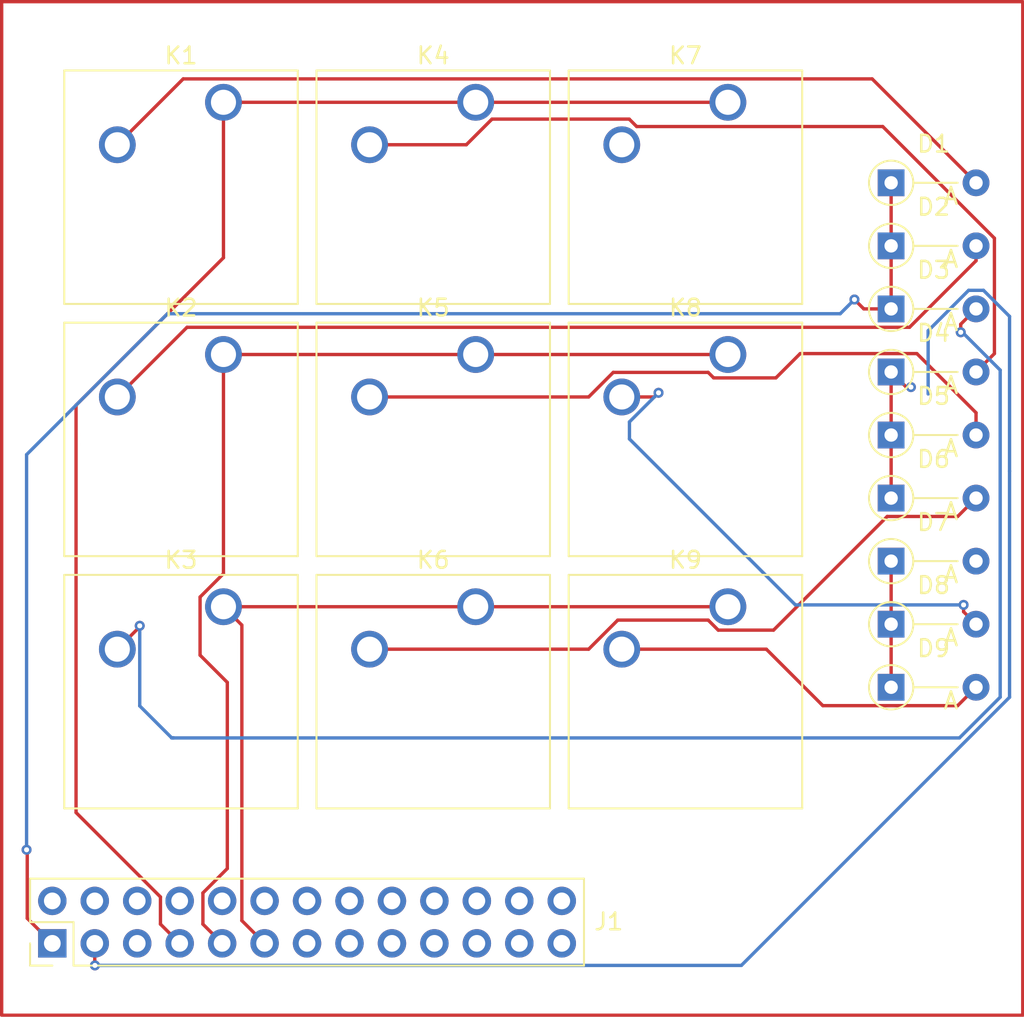
<source format=kicad_pcb>
(kicad_pcb (version 20240108) (generator "pcbnew") (generator_version "8.0")
  (layers (0 "F.Cu" signal) (31 "B.Cu" signal) (34 "B.Paste" user) (35 "F.Paste" user) (36 "B.SilkS" user "B.Silkscreen") (37 "F.SilkS" user "F.Silkscreen") (38 "B.Mask" user) (39 "F.Mask" user) (44 "Edge.Cuts" user))
  (net 0 "")
  (net 1 "/row0")
  (net 2 "Net-(D1-A)")
  (net 3 "Net-(D2-A)")
  (net 4 "Net-(D3-A)")
  (net 5 "Net-(D4-A)")
  (net 6 "/row 1")
  (net 7 "Net-(D5-A)")
  (net 8 "Net-(D6-A)")
  (net 9 "Net-(D7-A)")
  (net 10 "/row 2")
  (net 11 "Net-(D8-A)")
  (net 12 "Net-(D9-A)")
  (net 13 "/col 0")
  (net 14 "/col 1")
  (net 15 "/col 2")
  (net 16 "GND")
  (net 21 "Net-(J1-Pin_10)")
  (footprint "Button_Switch_Keyboard:SW_Cherry_MX_1.00u_PCB" (layer "F.Cu") (at 146.46 89.76)
    (property "Reference" "K6" (at -2.54 -2.794 0) (layer "F.SilkS"))
    (property "Value" "KEYSW")
    (fp_line (start -9.525 -1.905) (end 4.445 -1.905) (stroke (width 0.12)) (layer "F.SilkS"))
    (fp_line (start -9.525 12.065) (end -9.525 -1.905) (stroke (width 0.12)) (layer "F.SilkS"))
    (fp_line (start 4.445 -1.905) (end 4.445 12.065) (stroke (width 0.12)) (layer "F.SilkS"))
    (fp_line (start 4.445 12.065) (end -9.525 12.065) (stroke (width 0.12)) (layer "F.SilkS"))
    (pad "" np_thru_hole circle (at -7.62 5.08) (size 1.7 1.7) (drill 1.7) (layers "*.Cu" "*.Mask"))
    (pad "" np_thru_hole circle (at -2.54 5.08) (size 4 4) (drill 4) (layers "*.Cu" "*.Mask"))
    (pad "" np_thru_hole circle (at 2.54 5.08) (size 1.7 1.7) (drill 1.7) (layers "*.Cu" "*.Mask"))
    (pad "1" thru_hole circle (at 0 0) (size 2.2 2.2) (drill 1.5) (layers "*.Cu" "*.Mask") (net 15 "/col 2"))
    (pad "2" thru_hole circle (at -6.35 2.54) (size 2.2 2.2) (drill 1.5) (layers "*.Cu" "*.Mask") (net 8 "Net-(D6-A)"))
  )
  (footprint "Button_Switch_Keyboard:SW_Cherry_MX_1.00u_PCB" (layer "F.Cu") (at 131.37 74.67)
    (property "Reference" "K2" (at -2.54 -2.794 0) (layer "F.SilkS"))
    (property "Value" "KEYSW")
    (fp_line (start -9.525 -1.905) (end 4.445 -1.905) (stroke (width 0.12)) (layer "F.SilkS"))
    (fp_line (start -9.525 12.065) (end -9.525 -1.905) (stroke (width 0.12)) (layer "F.SilkS"))
    (fp_line (start 4.445 -1.905) (end 4.445 12.065) (stroke (width 0.12)) (layer "F.SilkS"))
    (fp_line (start 4.445 12.065) (end -9.525 12.065) (stroke (width 0.12)) (layer "F.SilkS"))
    (pad "" np_thru_hole circle (at -7.62 5.08) (size 1.7 1.7) (drill 1.7) (layers "*.Cu" "*.Mask"))
    (pad "" np_thru_hole circle (at -2.54 5.08) (size 4 4) (drill 4) (layers "*.Cu" "*.Mask"))
    (pad "" np_thru_hole circle (at 2.54 5.08) (size 1.7 1.7) (drill 1.7) (layers "*.Cu" "*.Mask"))
    (pad "1" thru_hole circle (at 0 0) (size 2.2 2.2) (drill 1.5) (layers "*.Cu" "*.Mask") (net 14 "/col 1"))
    (pad "2" thru_hole circle (at -6.35 2.54) (size 2.2 2.2) (drill 1.5) (layers "*.Cu" "*.Mask") (net 3 "Net-(D2-A)"))
  )
  (footprint "Diode_THT:D_DO-35_SOD27_P5.08mm_Vertical_AnodeUp" (layer "F.Cu") (at 171.315686 90.805484)
    (property "Reference" "D8" (at 2.54 -2.326371 0) (layer "F.SilkS"))
    (property "Value" "D")
    (fp_line (start 1.326371 0) (end 3.98 0) (stroke (width 0.12)) (layer "F.SilkS"))
    (fp_circle (center 0 0) (end 1.326371 0) (stroke (width 0.12)) (fill none) (layer "F.SilkS"))
    (fp_text user "A" (at 3.58 0.8 0) (layer "F.SilkS"))
    (pad "1" thru_hole rect (at 0 0) (size 1.6 1.6) (drill 0.8) (layers "*.Cu" "*.Mask") (net 10 "/row 2"))
    (pad "2" thru_hole oval (at 5.08 0) (size 1.6 1.6) (drill 0.8) (layers "*.Cu" "*.Mask") (net 11 "Net-(D8-A)"))
  )
  (footprint "Button_Switch_Keyboard:SW_Cherry_MX_1.00u_PCB" (layer "F.Cu") (at 131.37 89.76)
    (property "Reference" "K3" (at -2.54 -2.794 0) (layer "F.SilkS"))
    (property "Value" "KEYSW")
    (fp_line (start -9.525 -1.905) (end 4.445 -1.905) (stroke (width 0.12)) (layer "F.SilkS"))
    (fp_line (start -9.525 12.065) (end -9.525 -1.905) (stroke (width 0.12)) (layer "F.SilkS"))
    (fp_line (start 4.445 -1.905) (end 4.445 12.065) (stroke (width 0.12)) (layer "F.SilkS"))
    (fp_line (start 4.445 12.065) (end -9.525 12.065) (stroke (width 0.12)) (layer "F.SilkS"))
    (pad "" np_thru_hole circle (at -7.62 5.08) (size 1.7 1.7) (drill 1.7) (layers "*.Cu" "*.Mask"))
    (pad "" np_thru_hole circle (at -2.54 5.08) (size 4 4) (drill 4) (layers "*.Cu" "*.Mask"))
    (pad "" np_thru_hole circle (at 2.54 5.08) (size 1.7 1.7) (drill 1.7) (layers "*.Cu" "*.Mask"))
    (pad "1" thru_hole circle (at 0 0) (size 2.2 2.2) (drill 1.5) (layers "*.Cu" "*.Mask") (net 15 "/col 2"))
    (pad "2" thru_hole circle (at -6.35 2.54) (size 2.2 2.2) (drill 1.5) (layers "*.Cu" "*.Mask") (net 4 "Net-(D3-A)"))
  )
  (footprint "Diode_THT:D_DO-35_SOD27_P5.08mm_Vertical_AnodeUp" (layer "F.Cu") (at 171.315686 79.487258)
    (property "Reference" "D5" (at 2.54 -2.326371 0) (layer "F.SilkS"))
    (property "Value" "D")
    (fp_line (start 1.326371 0) (end 3.98 0) (stroke (width 0.12)) (layer "F.SilkS"))
    (fp_circle (center 0 0) (end 1.326371 0) (stroke (width 0.12)) (fill none) (layer "F.SilkS"))
    (fp_text user "A" (at 3.58 0.8 0) (layer "F.SilkS"))
    (pad "1" thru_hole rect (at 0 0) (size 1.6 1.6) (drill 0.8) (layers "*.Cu" "*.Mask") (net 6 "/row 1"))
    (pad "2" thru_hole oval (at 5.08 0) (size 1.6 1.6) (drill 0.8) (layers "*.Cu" "*.Mask") (net 7 "Net-(D5-A)"))
  )
  (footprint "Diode_THT:D_DO-35_SOD27_P5.08mm_Vertical_AnodeUp" (layer "F.Cu") (at 171.315686 71.941774)
    (property "Reference" "D3" (at 2.54 -2.326371 0) (layer "F.SilkS"))
    (property "Value" "D")
    (fp_line (start 1.326371 0) (end 3.98 0) (stroke (width 0.12)) (layer "F.SilkS"))
    (fp_circle (center 0 0) (end 1.326371 0) (stroke (width 0.12)) (fill none) (layer "F.SilkS"))
    (fp_text user "A" (at 3.58 0.8 0) (layer "F.SilkS"))
    (pad "1" thru_hole rect (at 0 0) (size 1.6 1.6) (drill 0.8) (layers "*.Cu" "*.Mask") (net 1 "/row0"))
    (pad "2" thru_hole oval (at 5.08 0) (size 1.6 1.6) (drill 0.8) (layers "*.Cu" "*.Mask") (net 4 "Net-(D3-A)"))
  )
  (footprint "Button_Switch_Keyboard:SW_Cherry_MX_1.00u_PCB" (layer "F.Cu") (at 161.55 59.58)
    (property "Reference" "K7" (at -2.54 -2.794 0) (layer "F.SilkS"))
    (property "Value" "KEYSW")
    (fp_line (start -9.525 -1.905) (end 4.445 -1.905) (stroke (width 0.12)) (layer "F.SilkS"))
    (fp_line (start -9.525 12.065) (end -9.525 -1.905) (stroke (width 0.12)) (layer "F.SilkS"))
    (fp_line (start 4.445 -1.905) (end 4.445 12.065) (stroke (width 0.12)) (layer "F.SilkS"))
    (fp_line (start 4.445 12.065) (end -9.525 12.065) (stroke (width 0.12)) (layer "F.SilkS"))
    (pad "" np_thru_hole circle (at -7.62 5.08) (size 1.7 1.7) (drill 1.7) (layers "*.Cu" "*.Mask"))
    (pad "" np_thru_hole circle (at -2.54 5.08) (size 4 4) (drill 4) (layers "*.Cu" "*.Mask"))
    (pad "" np_thru_hole circle (at 2.54 5.08) (size 1.7 1.7) (drill 1.7) (layers "*.Cu" "*.Mask"))
    (pad "1" thru_hole circle (at 0 0) (size 2.2 2.2) (drill 1.5) (layers "*.Cu" "*.Mask") (net 13 "/col 0"))
    (pad "2" thru_hole circle (at -6.35 2.54) (size 2.2 2.2) (drill 1.5) (layers "*.Cu" "*.Mask") (net 9 "Net-(D7-A)"))
  )
  (footprint "Diode_THT:D_DO-35_SOD27_P5.08mm_Vertical_AnodeUp" (layer "F.Cu") (at 171.315686 87.032742)
    (property "Reference" "D7" (at 2.54 -2.326371 0) (layer "F.SilkS"))
    (property "Value" "D")
    (fp_line (start 1.326371 0) (end 3.98 0) (stroke (width 0.12)) (layer "F.SilkS"))
    (fp_circle (center 0 0) (end 1.326371 0) (stroke (width 0.12)) (fill none) (layer "F.SilkS"))
    (fp_text user "A" (at 3.58 0.8 0) (layer "F.SilkS"))
    (pad "1" thru_hole rect (at 0 0) (size 1.6 1.6) (drill 0.8) (layers "*.Cu" "*.Mask") (net 10 "/row 2"))
    (pad "2" thru_hole oval (at 5.08 0) (size 1.6 1.6) (drill 0.8) (layers "*.Cu" "*.Mask") (net 9 "Net-(D7-A)"))
  )
  (footprint "Diode_THT:D_DO-35_SOD27_P5.08mm_Vertical_AnodeUp" (layer "F.Cu") (at 171.315686 94.578226)
    (property "Reference" "D9" (at 2.54 -2.326371 0) (layer "F.SilkS"))
    (property "Value" "D")
    (fp_line (start 1.326371 0) (end 3.98 0) (stroke (width 0.12)) (layer "F.SilkS"))
    (fp_circle (center 0 0) (end 1.326371 0) (stroke (width 0.12)) (fill none) (layer "F.SilkS"))
    (fp_text user "A" (at 3.58 0.8 0) (layer "F.SilkS"))
    (pad "1" thru_hole rect (at 0 0) (size 1.6 1.6) (drill 0.8) (layers "*.Cu" "*.Mask") (net 10 "/row 2"))
    (pad "2" thru_hole oval (at 5.08 0) (size 1.6 1.6) (drill 0.8) (layers "*.Cu" "*.Mask") (net 12 "Net-(D9-A)"))
  )
  (footprint "Button_Switch_Keyboard:SW_Cherry_MX_1.00u_PCB" (layer "F.Cu") (at 161.55 89.76)
    (property "Reference" "K9" (at -2.54 -2.794 0) (layer "F.SilkS"))
    (property "Value" "KEYSW")
    (fp_line (start -9.525 -1.905) (end 4.445 -1.905) (stroke (width 0.12)) (layer "F.SilkS"))
    (fp_line (start -9.525 12.065) (end -9.525 -1.905) (stroke (width 0.12)) (layer "F.SilkS"))
    (fp_line (start 4.445 -1.905) (end 4.445 12.065) (stroke (width 0.12)) (layer "F.SilkS"))
    (fp_line (start 4.445 12.065) (end -9.525 12.065) (stroke (width 0.12)) (layer "F.SilkS"))
    (pad "" np_thru_hole circle (at -7.62 5.08) (size 1.7 1.7) (drill 1.7) (layers "*.Cu" "*.Mask"))
    (pad "" np_thru_hole circle (at -2.54 5.08) (size 4 4) (drill 4) (layers "*.Cu" "*.Mask"))
    (pad "" np_thru_hole circle (at 2.54 5.08) (size 1.7 1.7) (drill 1.7) (layers "*.Cu" "*.Mask"))
    (pad "1" thru_hole circle (at 0 0) (size 2.2 2.2) (drill 1.5) (layers "*.Cu" "*.Mask") (net 15 "/col 2"))
    (pad "2" thru_hole circle (at -6.35 2.54) (size 2.2 2.2) (drill 1.5) (layers "*.Cu" "*.Mask") (net 12 "Net-(D9-A)"))
  )
  (footprint "Diode_THT:D_DO-35_SOD27_P5.08mm_Vertical_AnodeUp" (layer "F.Cu") (at 171.315686 64.39629)
    (property "Reference" "D1" (at 2.54 -2.326371 0) (layer "F.SilkS"))
    (property "Value" "D")
    (fp_line (start 1.326371 0) (end 3.98 0) (stroke (width 0.12)) (layer "F.SilkS"))
    (fp_circle (center 0 0) (end 1.326371 0) (stroke (width 0.12)) (fill none) (layer "F.SilkS"))
    (fp_text user "A" (at 3.58 0.8 0) (layer "F.SilkS"))
    (pad "1" thru_hole rect (at 0 0) (size 1.6 1.6) (drill 0.8) (layers "*.Cu" "*.Mask") (net 1 "/row0"))
    (pad "2" thru_hole oval (at 5.08 0) (size 1.6 1.6) (drill 0.8) (layers "*.Cu" "*.Mask") (net 2 "Net-(D1-A)"))
  )
  (footprint "Diode_THT:D_DO-35_SOD27_P5.08mm_Vertical_AnodeUp" (layer "F.Cu") (at 171.315686 68.169032)
    (property "Reference" "D2" (at 2.54 -2.326371 0) (layer "F.SilkS"))
    (property "Value" "D")
    (fp_line (start 1.326371 0) (end 3.98 0) (stroke (width 0.12)) (layer "F.SilkS"))
    (fp_circle (center 0 0) (end 1.326371 0) (stroke (width 0.12)) (fill none) (layer "F.SilkS"))
    (fp_text user "A" (at 3.58 0.8 0) (layer "F.SilkS"))
    (pad "1" thru_hole rect (at 0 0) (size 1.6 1.6) (drill 0.8) (layers "*.Cu" "*.Mask") (net 1 "/row0"))
    (pad "2" thru_hole oval (at 5.08 0) (size 1.6 1.6) (drill 0.8) (layers "*.Cu" "*.Mask") (net 3 "Net-(D2-A)"))
  )
  (footprint "Diode_THT:D_DO-35_SOD27_P5.08mm_Vertical_AnodeUp" (layer "F.Cu") (at 171.315686 75.714516)
    (property "Reference" "D4" (at 2.54 -2.326371 0) (layer "F.SilkS"))
    (property "Value" "D")
    (fp_line (start 1.326371 0) (end 3.98 0) (stroke (width 0.12)) (layer "F.SilkS"))
    (fp_circle (center 0 0) (end 1.326371 0) (stroke (width 0.12)) (fill none) (layer "F.SilkS"))
    (fp_text user "A" (at 3.58 0.8 0) (layer "F.SilkS"))
    (pad "1" thru_hole rect (at 0 0) (size 1.6 1.6) (drill 0.8) (layers "*.Cu" "*.Mask") (net 6 "/row 1"))
    (pad "2" thru_hole oval (at 5.08 0) (size 1.6 1.6) (drill 0.8) (layers "*.Cu" "*.Mask") (net 5 "Net-(D4-A)"))
  )
  (footprint "Button_Switch_Keyboard:SW_Cherry_MX_1.00u_PCB" (layer "F.Cu") (at 161.55 74.67)
    (property "Reference" "K8" (at -2.54 -2.794 0) (layer "F.SilkS"))
    (property "Value" "KEYSW")
    (fp_line (start -9.525 -1.905) (end 4.445 -1.905) (stroke (width 0.12)) (layer "F.SilkS"))
    (fp_line (start -9.525 12.065) (end -9.525 -1.905) (stroke (width 0.12)) (layer "F.SilkS"))
    (fp_line (start 4.445 -1.905) (end 4.445 12.065) (stroke (width 0.12)) (layer "F.SilkS"))
    (fp_line (start 4.445 12.065) (end -9.525 12.065) (stroke (width 0.12)) (layer "F.SilkS"))
    (pad "" np_thru_hole circle (at -7.62 5.08) (size 1.7 1.7) (drill 1.7) (layers "*.Cu" "*.Mask"))
    (pad "" np_thru_hole circle (at -2.54 5.08) (size 4 4) (drill 4) (layers "*.Cu" "*.Mask"))
    (pad "" np_thru_hole circle (at 2.54 5.08) (size 1.7 1.7) (drill 1.7) (layers "*.Cu" "*.Mask"))
    (pad "1" thru_hole circle (at 0 0) (size 2.2 2.2) (drill 1.5) (layers "*.Cu" "*.Mask") (net 14 "/col 1"))
    (pad "2" thru_hole circle (at -6.35 2.54) (size 2.2 2.2) (drill 1.5) (layers "*.Cu" "*.Mask") (net 11 "Net-(D8-A)"))
  )
  (footprint "Button_Switch_Keyboard:SW_Cherry_MX_1.00u_PCB" (layer "F.Cu") (at 146.46 59.58)
    (property "Reference" "K4" (at -2.54 -2.794 0) (layer "F.SilkS"))
    (property "Value" "KEYSW")
    (fp_line (start -9.525 -1.905) (end 4.445 -1.905) (stroke (width 0.12)) (layer "F.SilkS"))
    (fp_line (start -9.525 12.065) (end -9.525 -1.905) (stroke (width 0.12)) (layer "F.SilkS"))
    (fp_line (start 4.445 -1.905) (end 4.445 12.065) (stroke (width 0.12)) (layer "F.SilkS"))
    (fp_line (start 4.445 12.065) (end -9.525 12.065) (stroke (width 0.12)) (layer "F.SilkS"))
    (pad "" np_thru_hole circle (at -7.62 5.08) (size 1.7 1.7) (drill 1.7) (layers "*.Cu" "*.Mask"))
    (pad "" np_thru_hole circle (at -2.54 5.08) (size 4 4) (drill 4) (layers "*.Cu" "*.Mask"))
    (pad "" np_thru_hole circle (at 2.54 5.08) (size 1.7 1.7) (drill 1.7) (layers "*.Cu" "*.Mask"))
    (pad "1" thru_hole circle (at 0 0) (size 2.2 2.2) (drill 1.5) (layers "*.Cu" "*.Mask") (net 13 "/col 0"))
    (pad "2" thru_hole circle (at -6.35 2.54) (size 2.2 2.2) (drill 1.5) (layers "*.Cu" "*.Mask") (net 5 "Net-(D4-A)"))
  )
  (footprint "Connector_PinHeader_2.54mm:PinHeader_2x13_P2.54mm_Vertical" (layer "F.Cu") (at 121.13 109.9 90)
    (property "Reference" "J1" (at 1.3 33.29 180) (layer "F.SilkS"))
    (property "Value" "Conn_2Rows-13Pins")
    (fp_line (start 3.87 -1.33) (end 3.87 31.81) (stroke (width 0.12)) (layer "F.SilkS"))
    (fp_line (start 1.27 -1.33) (end 3.87 -1.33) (stroke (width 0.12)) (layer "F.SilkS"))
    (fp_line (start -1.33 -1.33) (end 0 -1.33) (stroke (width 0.12)) (layer "F.SilkS"))
    (fp_line (start -1.33 0) (end -1.33 -1.33) (stroke (width 0.12)) (layer "F.SilkS"))
    (fp_line (start 1.27 1.27) (end 1.27 -1.33) (stroke (width 0.12)) (layer "F.SilkS"))
    (fp_line (start -1.33 1.27) (end 1.27 1.27) (stroke (width 0.12)) (layer "F.SilkS"))
    (fp_line (start -1.33 1.27) (end -1.33 31.81) (stroke (width 0.12)) (layer "F.SilkS"))
    (fp_line (start -1.33 31.81) (end 3.87 31.81) (stroke (width 0.12)) (layer "F.SilkS"))
    (pad "1" thru_hole rect (at 0 0 90) (size 1.7 1.7) (drill 1) (layers "*.Cu" "*.Mask") (net 1 "/row0"))
    (pad "2" thru_hole oval (at 2.54 0 90) (size 1.7 1.7) (drill 1) (layers "*.Cu" "*.Mask") (net 16 "GND"))
    (pad "3" thru_hole oval (at 0 2.54 90) (size 1.7 1.7) (drill 1) (layers "*.Cu" "*.Mask") (net 6 "/row 1"))
    (pad "4" thru_hole oval (at 2.54 2.54 90) (size 1.7 1.7) (drill 1) (layers "*.Cu" "*.Mask"))
    (pad "5" thru_hole oval (at 0 5.08 90) (size 1.7 1.7) (drill 1) (layers "*.Cu" "*.Mask") (net 10 "/row 2"))
    (pad "6" thru_hole oval (at 2.54 5.08 90) (size 1.7 1.7) (drill 1) (layers "*.Cu" "*.Mask"))
    (pad "7" thru_hole oval (at 0 7.62 90) (size 1.7 1.7) (drill 1) (layers "*.Cu" "*.Mask") (net 13 "/col 0"))
    (pad "8" thru_hole oval (at 2.54 7.62 90) (size 1.7 1.7) (drill 1) (layers "*.Cu" "*.Mask"))
    (pad "9" thru_hole oval (at 0 10.16 90) (size 1.7 1.7) (drill 1) (layers "*.Cu" "*.Mask") (net 14 "/col 1"))
    (pad "10" thru_hole oval (at 2.54 10.16 90) (size 1.7 1.7) (drill 1) (layers "*.Cu" "*.Mask") (net 21 "Net-(J1-Pin_10)"))
    (pad "11" thru_hole oval (at 0 12.7 90) (size 1.7 1.7) (drill 1) (layers "*.Cu" "*.Mask") (net 15 "/col 2"))
    (pad "12" thru_hole oval (at 2.54 12.7 90) (size 1.7 1.7) (drill 1) (layers "*.Cu" "*.Mask"))
    (pad "13" thru_hole oval (at 0 15.24 90) (size 1.7 1.7) (drill 1) (layers "*.Cu" "*.Mask"))
    (pad "14" thru_hole oval (at 2.54 15.24 90) (size 1.7 1.7) (drill 1) (layers "*.Cu" "*.Mask"))
    (pad "15" thru_hole oval (at 0 17.78 90) (size 1.7 1.7) (drill 1) (layers "*.Cu" "*.Mask"))
    (pad "16" thru_hole oval (at 2.54 17.78 90) (size 1.7 1.7) (drill 1) (layers "*.Cu" "*.Mask"))
    (pad "17" thru_hole oval (at 0 20.32 90) (size 1.7 1.7) (drill 1) (layers "*.Cu" "*.Mask"))
    (pad "18" thru_hole oval (at 2.54 20.32 90) (size 1.7 1.7) (drill 1) (layers "*.Cu" "*.Mask"))
    (pad "19" thru_hole oval (at 0 22.86 90) (size 1.7 1.7) (drill 1) (layers "*.Cu" "*.Mask"))
    (pad "20" thru_hole oval (at 2.54 22.86 90) (size 1.7 1.7) (drill 1) (layers "*.Cu" "*.Mask"))
    (pad "21" thru_hole oval (at 0 25.4 90) (size 1.7 1.7) (drill 1) (layers "*.Cu" "*.Mask"))
    (pad "22" thru_hole oval (at 2.54 25.4 90) (size 1.7 1.7) (drill 1) (layers "*.Cu" "*.Mask"))
    (pad "23" thru_hole oval (at 0 27.94 90) (size 1.7 1.7) (drill 1) (layers "*.Cu" "*.Mask"))
    (pad "24" thru_hole oval (at 2.54 27.94 90) (size 1.7 1.7) (drill 1) (layers "*.Cu" "*.Mask"))
    (pad "25" thru_hole oval (at 0 30.48 90) (size 1.7 1.7) (drill 1) (layers "*.Cu" "*.Mask"))
    (pad "26" thru_hole oval (at 2.54 30.48 90) (size 1.7 1.7) (drill 1) (layers "*.Cu" "*.Mask"))
  )
  (footprint "Button_Switch_Keyboard:SW_Cherry_MX_1.00u_PCB" (layer "F.Cu") (at 146.46 74.67)
    (property "Reference" "K5" (at -2.54 -2.794 0) (layer "F.SilkS"))
    (property "Value" "KEYSW")
    (fp_line (start -9.525 -1.905) (end 4.445 -1.905) (stroke (width 0.12)) (layer "F.SilkS"))
    (fp_line (start -9.525 12.065) (end -9.525 -1.905) (stroke (width 0.12)) (layer "F.SilkS"))
    (fp_line (start 4.445 -1.905) (end 4.445 12.065) (stroke (width 0.12)) (layer "F.SilkS"))
    (fp_line (start 4.445 12.065) (end -9.525 12.065) (stroke (width 0.12)) (layer "F.SilkS"))
    (pad "" np_thru_hole circle (at -7.62 5.08) (size 1.7 1.7) (drill 1.7) (layers "*.Cu" "*.Mask"))
    (pad "" np_thru_hole circle (at -2.54 5.08) (size 4 4) (drill 4) (layers "*.Cu" "*.Mask"))
    (pad "" np_thru_hole circle (at 2.54 5.08) (size 1.7 1.7) (drill 1.7) (layers "*.Cu" "*.Mask"))
    (pad "1" thru_hole circle (at 0 0) (size 2.2 2.2) (drill 1.5) (layers "*.Cu" "*.Mask") (net 14 "/col 1"))
    (pad "2" thru_hole circle (at -6.35 2.54) (size 2.2 2.2) (drill 1.5) (layers "*.Cu" "*.Mask") (net 7 "Net-(D5-A)"))
  )
  (footprint "Button_Switch_Keyboard:SW_Cherry_MX_1.00u_PCB" (layer "F.Cu") (at 131.37 59.58)
    (property "Reference" "K1" (at -2.54 -2.794 0) (layer "F.SilkS"))
    (property "Value" "KEYSW")
    (fp_line (start -9.525 -1.905) (end 4.445 -1.905) (stroke (width 0.12)) (layer "F.SilkS"))
    (fp_line (start -9.525 12.065) (end -9.525 -1.905) (stroke (width 0.12)) (layer "F.SilkS"))
    (fp_line (start 4.445 -1.905) (end 4.445 12.065) (stroke (width 0.12)) (layer "F.SilkS"))
    (fp_line (start 4.445 12.065) (end -9.525 12.065) (stroke (width 0.12)) (layer "F.SilkS"))
    (pad "" np_thru_hole circle (at -7.62 5.08) (size 1.7 1.7) (drill 1.7) (layers "*.Cu" "*.Mask"))
    (pad "" np_thru_hole circle (at -2.54 5.08) (size 4 4) (drill 4) (layers "*.Cu" "*.Mask"))
    (pad "" np_thru_hole circle (at 2.54 5.08) (size 1.7 1.7) (drill 1.7) (layers "*.Cu" "*.Mask"))
    (pad "1" thru_hole circle (at 0 0) (size 2.2 2.2) (drill 1.5) (layers "*.Cu" "*.Mask") (net 13 "/col 0"))
    (pad "2" thru_hole circle (at -6.35 2.54) (size 2.2 2.2) (drill 1.5) (layers "*.Cu" "*.Mask") (net 2 "Net-(D1-A)"))
  )
  (footprint "Diode_THT:D_DO-35_SOD27_P5.08mm_Vertical_AnodeUp" (layer "F.Cu") (at 171.315686 83.26)
    (property "Reference" "D6" (at 2.54 -2.326371 0) (layer "F.SilkS"))
    (property "Value" "D")
    (fp_line (start 1.326371 0) (end 3.98 0) (stroke (width 0.12)) (layer "F.SilkS"))
    (fp_circle (center 0 0) (end 1.326371 0) (stroke (width 0.12)) (fill none) (layer "F.SilkS"))
    (fp_text user "A" (at 3.58 0.8 0) (layer "F.SilkS"))
    (pad "1" thru_hole rect (at 0 0) (size 1.6 1.6) (drill 0.8) (layers "*.Cu" "*.Mask") (net 6 "/row 1"))
    (pad "2" thru_hole oval (at 5.08 0) (size 1.6 1.6) (drill 0.8) (layers "*.Cu" "*.Mask") (net 8 "Net-(D6-A)"))
  )
  (gr_rect (start 118.1 53.56) (end 179.19 114.2) (stroke (width 0.2)) (fill none) (layer "F.Cu"))
  (segment (start 121.13 109.9) (end 119.63 108.4) (width 0.2) (layer "F.Cu") (net 1))
  (segment (start 171.315686 68.169032) (end 171.315686 71.941774) (width 0.2) (layer "F.Cu") (net 1))
  (segment (start 169.681774 71.941774) (end 169.12 71.38) (width 0.2) (layer "F.Cu") (net 1))
  (segment (start 119.63 104.34) (end 119.59 104.3) (width 0.2) (layer "F.Cu") (net 1))
  (segment (start 171.315686 71.941774) (end 169.681774 71.941774) (width 0.2) (layer "F.Cu") (net 1))
  (segment (start 171.315686 64.39629) (end 171.315686 68.169032) (width 0.2) (layer "F.Cu") (net 1))
  (segment (start 119.63 108.4) (end 119.63 104.34) (width 0.2) (layer "F.Cu") (net 1))
  (via (at 169.12 71.38) (size 0.6) (drill 0.3) (layers "F.Cu" "B.Cu") (net 1))
  (via (at 119.59 104.3) (size 0.6) (drill 0.3) (layers "F.Cu" "B.Cu") (net 1))
  (segment (start 168.27 72.23) (end 169.12 71.38) (width 0.2) (layer "B.Cu") (net 1))
  (segment (start 119.59 80.660101) (end 128.020101 72.23) (width 0.2) (layer "B.Cu") (net 1))
  (segment (start 128.020101 72.23) (end 168.27 72.23) (width 0.2) (layer "B.Cu") (net 1))
  (segment (start 119.59 104.3) (end 119.59 80.660101) (width 0.2) (layer "B.Cu") (net 1))
  (segment (start 128.96 58.18) (end 170.179396 58.18) (width 0.2) (layer "F.Cu") (net 2))
  (segment (start 170.179396 58.18) (end 176.395686 64.39629) (width 0.2) (layer "F.Cu") (net 2))
  (segment (start 125.02 62.12) (end 128.96 58.18) (width 0.2) (layer "F.Cu") (net 2))
  (segment (start 172.415686 73.041774) (end 176.395686 69.061774) (width 0.2) (layer "F.Cu") (net 3))
  (segment (start 129.188226 73.041774) (end 172.415686 73.041774) (width 0.2) (layer "F.Cu") (net 3))
  (segment (start 125.02 77.21) (end 129.188226 73.041774) (width 0.2) (layer "F.Cu") (net 3))
  (segment (start 176.395686 69.061774) (end 176.395686 68.169032) (width 0.2) (layer "F.Cu") (net 3))
  (segment (start 175.48 72.85746) (end 175.48 73.34) (width 0.2) (layer "F.Cu") (net 4))
  (segment (start 176.395686 71.941774) (end 175.48 72.85746) (width 0.2) (layer "F.Cu") (net 4))
  (segment (start 126.36 90.96) (end 126.36 90.9) (width 0.2) (layer "F.Cu") (net 4))
  (segment (start 125.02 92.3) (end 126.36 90.96) (width 0.2) (layer "F.Cu") (net 4))
  (via (at 126.36 90.9) (size 0.6) (drill 0.3) (layers "F.Cu" "B.Cu") (net 4))
  (via (at 175.48 73.34) (size 0.6) (drill 0.3) (layers "F.Cu" "B.Cu") (net 4))
  (segment (start 175.576805 73.34) (end 177.84 75.603195) (width 0.2) (layer "B.Cu") (net 4))
  (segment (start 177.84 95.17) (end 175.4 97.61) (width 0.2) (layer "B.Cu") (net 4))
  (segment (start 128.39 97.61) (end 128.276598 97.61) (width 0.2) (layer "B.Cu") (net 4))
  (segment (start 128.276598 97.61) (end 126.36 95.693402) (width 0.2) (layer "B.Cu") (net 4))
  (segment (start 177.84 75.603195) (end 177.84 95.17) (width 0.2) (layer "B.Cu") (net 4))
  (segment (start 126.36 95.693402) (end 126.36 90.9) (width 0.2) (layer "B.Cu") (net 4))
  (segment (start 175.4 97.61) (end 128.39 97.61) (width 0.2) (layer "B.Cu") (net 4))
  (segment (start 175.48 73.34) (end 175.576805 73.34) (width 0.2) (layer "B.Cu") (net 4))
  (segment (start 128.39 97.61) (end 128.27 97.61) (width 0.2) (layer "B.Cu") (net 4))
  (segment (start 170.812289 61.03) (end 156.089899 61.03) (width 0.2) (layer "F.Cu") (net 5))
  (segment (start 176.395686 75.714516) (end 177.495686 74.614516) (width 0.2) (layer "F.Cu") (net 5))
  (segment (start 177.495686 67.713397) (end 170.812289 61.03) (width 0.2) (layer "F.Cu") (net 5))
  (segment (start 155.644849 60.58495) (end 147.434949 60.58495) (width 0.2) (layer "F.Cu") (net 5))
  (segment (start 147.434949 60.58495) (end 145.899899 62.12) (width 0.2) (layer "F.Cu") (net 5))
  (segment (start 145.899899 62.12) (end 140.11 62.12) (width 0.2) (layer "F.Cu") (net 5))
  (segment (start 177.495686 74.614516) (end 177.495686 67.713397) (width 0.2) (layer "F.Cu") (net 5))
  (segment (start 156.089899 61.03) (end 155.644849 60.58495) (width 0.2) (layer "F.Cu") (net 5))
  (segment (start 171.315686 83.26) (end 171.315686 79.487258) (width 0.2) (layer "F.Cu") (net 6))
  (segment (start 123.67 111.21) (end 123.68 111.22) (width 0.2) (layer "F.Cu") (net 6))
  (segment (start 172.22117 76.62) (end 172.5 76.62) (width 0.2) (layer "F.Cu") (net 6))
  (segment (start 171.315686 75.714516) (end 172.22117 76.62) (width 0.2) (layer "F.Cu") (net 6))
  (segment (start 171.315686 75.714516) (end 171.315686 79.487258) (width 0.2) (layer "F.Cu") (net 6))
  (segment (start 123.67 109.9) (end 123.67 111.21) (width 0.2) (layer "F.Cu") (net 6))
  (via (at 123.68 111.22) (size 0.6) (drill 0.3) (layers "F.Cu" "B.Cu") (net 6))
  (via (at 172.5 76.62) (size 0.6) (drill 0.3) (layers "F.Cu" "B.Cu") (net 6))
  (segment (start 178.4 72.390453) (end 176.839547 70.83) (width 0.2) (layer "B.Cu") (net 6))
  (segment (start 123.68 111.22) (end 162.355686 111.22) (width 0.2) (layer "B.Cu") (net 6))
  (segment (start 162.355686 111.22) (end 178.4 95.175686) (width 0.2) (layer "B.Cu") (net 6))
  (segment (start 178.4 95.175686) (end 178.4 81.65) (width 0.2) (layer "B.Cu") (net 6))
  (segment (start 173.53 73.251825) (end 173.53 77.03) (width 0.2) (layer "B.Cu") (net 6))
  (segment (start 178.4 81.65) (end 178.4 72.390453) (width 0.2) (layer "B.Cu") (net 6))
  (segment (start 175.951825 70.83) (end 173.53 73.251825) (width 0.2) (layer "B.Cu") (net 6))
  (segment (start 176.839547 70.83) (end 175.951825 70.83) (width 0.2) (layer "B.Cu") (net 6))
  (segment (start 165.875484 74.614516) (end 172.854516 74.614516) (width 0.2) (layer "F.Cu") (net 7))
  (segment (start 176.395686 78.155686) (end 176.395686 79.487258) (width 0.2) (layer "F.Cu") (net 7))
  (segment (start 164.42 76.07) (end 165.875484 74.614516) (width 0.2) (layer "F.Cu") (net 7))
  (segment (start 160.37 75.74) (end 160.7 76.07) (width 0.2) (layer "F.Cu") (net 7))
  (segment (start 140.11 77.21) (end 153.220101 77.21) (width 0.2) (layer "F.Cu") (net 7))
  (segment (start 172.854516 74.614516) (end 176.395686 78.155686) (width 0.2) (layer "F.Cu") (net 7))
  (segment (start 154.690101 75.74) (end 160.37 75.74) (width 0.2) (layer "F.Cu") (net 7))
  (segment (start 153.220101 77.21) (end 154.690101 75.74) (width 0.2) (layer "F.Cu") (net 7))
  (segment (start 160.7 76.07) (end 164.42 76.07) (width 0.2) (layer "F.Cu") (net 7))
  (segment (start 175.295686 84.36) (end 176.395686 83.26) (width 0.2) (layer "F.Cu") (net 8))
  (segment (start 164.28 91.16) (end 171.08 84.36) (width 0.2) (layer "F.Cu") (net 8))
  (segment (start 160.970101 91.16) (end 164.28 91.16) (width 0.2) (layer "F.Cu") (net 8))
  (segment (start 154.960101 90.56) (end 160.370101 90.56) (width 0.2) (layer "F.Cu") (net 8))
  (segment (start 140.11 92.3) (end 153.220101 92.3) (width 0.2) (layer "F.Cu") (net 8))
  (segment (start 160.370101 90.56) (end 160.970101 91.16) (width 0.2) (layer "F.Cu") (net 8))
  (segment (start 171.08 84.36) (end 175.295686 84.36) (width 0.2) (layer "F.Cu") (net 8))
  (segment (start 153.220101 92.3) (end 154.960101 90.56) (width 0.2) (layer "F.Cu") (net 8))
  (segment (start 171.315686 87.032742) (end 171.315686 90.805484) (width 0.2) (layer "F.Cu") (net 10))
  (segment (start 171.315686 90.805484) (end 171.315686 94.578226) (width 0.2) (layer "F.Cu") (net 10))
  (segment (start 155.2 77.21) (end 157.15 77.21) (width 0.2) (layer "F.Cu") (net 11))
  (segment (start 175.65 90.059798) (end 175.65 89.65) (width 0.2) (layer "F.Cu") (net 11))
  (segment (start 157.15 77.21) (end 157.4 76.96) (width 0.2) (layer "F.Cu") (net 11))
  (segment (start 176.395686 90.805484) (end 175.65 90.059798) (width 0.2) (layer "F.Cu") (net 11))
  (via (at 175.65 89.65) (size 0.6) (drill 0.3) (layers "F.Cu" "B.Cu") (net 11))
  (via (at 157.4 76.96) (size 0.6) (drill 0.3) (layers "F.Cu" "B.Cu") (net 11))
  (segment (start 155.66 79.723402) (end 155.66 78.7) (width 0.2) (layer "B.Cu") (net 11))
  (segment (start 175.65 89.65) (end 165.586598 89.65) (width 0.2) (layer "B.Cu") (net 11))
  (segment (start 155.66 78.7) (end 157.4 76.96) (width 0.2) (layer "B.Cu") (net 11))
  (segment (start 165.586598 89.65) (end 155.66 79.723402) (width 0.2) (layer "B.Cu") (net 11))
  (segment (start 163.848428 92.3) (end 167.226654 95.678226) (width 0.2) (layer "F.Cu") (net 12))
  (segment (start 167.226654 95.678226) (end 175.295686 95.678226) (width 0.2) (layer "F.Cu") (net 12))
  (segment (start 175.295686 95.678226) (end 176.395686 94.578226) (width 0.2) (layer "F.Cu") (net 12))
  (segment (start 155.2 92.3) (end 163.848428 92.3) (width 0.2) (layer "F.Cu") (net 12))
  (segment (start 131.37 59.58) (end 146.46 59.58) (width 0.2) (layer "F.Cu") (net 13))
  (segment (start 146.46 59.58) (end 161.55 59.58) (width 0.2) (layer "F.Cu") (net 13))
  (segment (start 131.37 68.880101) (end 122.55 77.700101) (width 0.2) (layer "F.Cu") (net 13))
  (segment (start 127.6 107.123654) (end 127.6 108.75) (width 0.2) (layer "F.Cu") (net 13))
  (segment (start 122.55 77.700101) (end 122.55 102.073654) (width 0.2) (layer "F.Cu") (net 13))
  (segment (start 122.55 102.073654) (end 127.6 107.123654) (width 0.2) (layer "F.Cu") (net 13))
  (segment (start 127.6 108.75) (end 128.75 109.9) (width 0.2) (layer "F.Cu") (net 13))
  (segment (start 131.37 59.58) (end 131.37 68.880101) (width 0.2) (layer "F.Cu") (net 13))
  (segment (start 161.55 74.67) (end 146.46 74.67) (width 0.2) (layer "F.Cu") (net 14))
  (segment (start 129.97 89.180101) (end 129.97 92.656598) (width 0.2) (layer "F.Cu") (net 14))
  (segment (start 129.97 92.656598) (end 131.6 94.286598) (width 0.2) (layer "F.Cu") (net 14))
  (segment (start 130.14 106.883654) (end 130.14 108.75) (width 0.2) (layer "F.Cu") (net 14))
  (segment (start 146.46 74.67) (end 130.84 74.67) (width 0.2) (layer "F.Cu") (net 14))
  (segment (start 131.37 87.780101) (end 129.97 89.180101) (width 0.2) (layer "F.Cu") (net 14))
  (segment (start 131.6 105.423654) (end 130.14 106.883654) (width 0.2) (layer "F.Cu") (net 14))
  (segment (start 131.37 74.67) (end 131.37 87.780101) (width 0.2) (layer "F.Cu") (net 14))
  (segment (start 131.6 94.286598) (end 131.6 105.423654) (width 0.2) (layer "F.Cu") (net 14))
  (segment (start 130.14 108.75) (end 131.29 109.9) (width 0.2) (layer "F.Cu") (net 14))
  (segment (start 146.46 89.76) (end 161.55 89.76) (width 0.2) (layer "F.Cu") (net 15))
  (segment (start 132.469999 90.859999) (end 132.469999 108.539999) (width 0.2) (layer "F.Cu") (net 15))
  (segment (start 131.37 89.76) (end 146.46 89.76) (width 0.2) (layer "F.Cu") (net 15))
  (segment (start 132.469999 108.539999) (end 133.83 109.9) (width 0.2) (layer "F.Cu") (net 15))
  (segment (start 131.37 89.76) (end 132.469999 90.859999) (width 0.2) (layer "F.Cu") (net 15))
)
</source>
